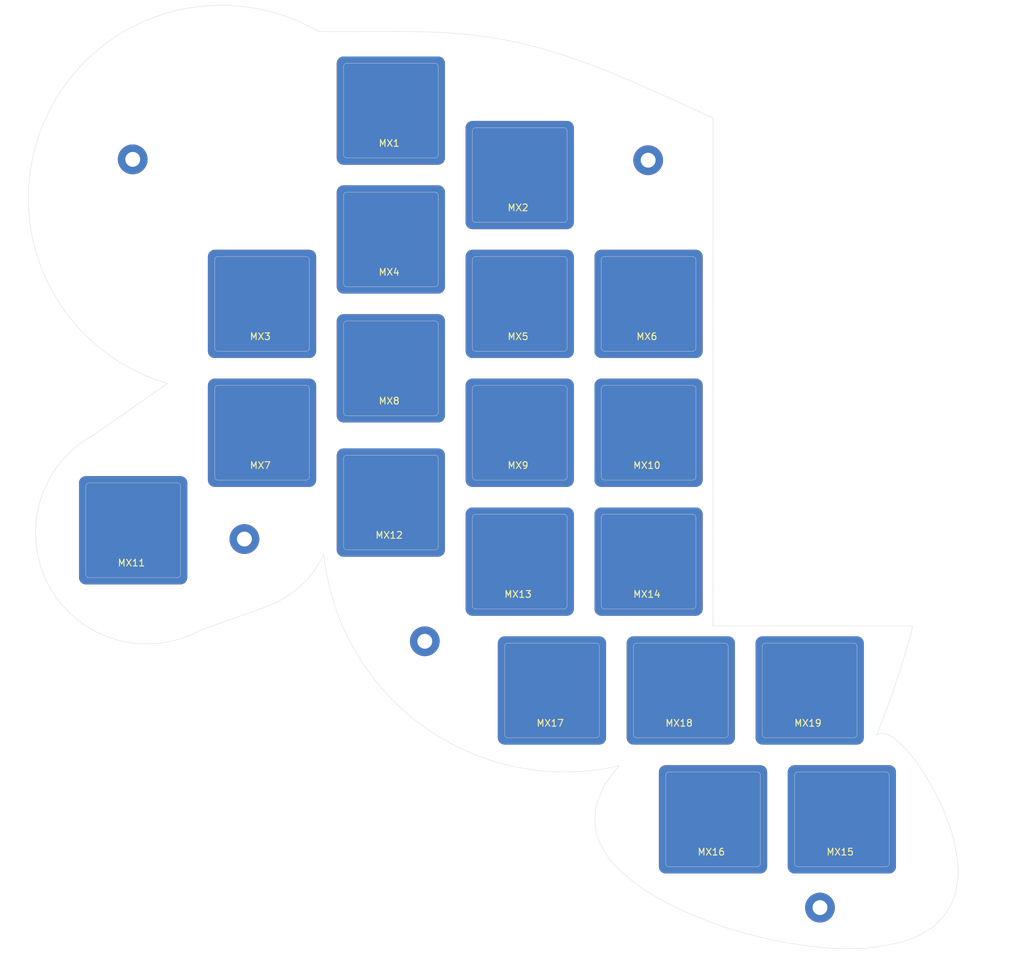
<source format=kicad_pcb>
(kicad_pcb (version 20171130) (host pcbnew "(5.1.4-0)")

  (general
    (thickness 1.6)
    (drawings 111)
    (tracks 0)
    (zones 0)
    (modules 24)
    (nets 7)
  )

  (page A4)
  (layers
    (0 F.Cu signal)
    (31 B.Cu signal)
    (32 B.Adhes user)
    (33 F.Adhes user)
    (34 B.Paste user)
    (35 F.Paste user)
    (36 B.SilkS user)
    (37 F.SilkS user)
    (38 B.Mask user)
    (39 F.Mask user)
    (40 Dwgs.User user)
    (41 Cmts.User user)
    (42 Eco1.User user)
    (43 Eco2.User user)
    (44 Edge.Cuts user)
    (45 Margin user)
    (46 B.CrtYd user)
    (47 F.CrtYd user)
    (48 B.Fab user)
    (49 F.Fab user)
  )

  (setup
    (last_trace_width 0.25)
    (trace_clearance 0.2)
    (zone_clearance 0.508)
    (zone_45_only no)
    (trace_min 0.2)
    (via_size 0.8)
    (via_drill 0.4)
    (via_min_size 0.4)
    (via_min_drill 0.3)
    (uvia_size 0.3)
    (uvia_drill 0.1)
    (uvias_allowed no)
    (uvia_min_size 0.2)
    (uvia_min_drill 0.1)
    (edge_width 0.05)
    (segment_width 0.2)
    (pcb_text_width 0.3)
    (pcb_text_size 1.5 1.5)
    (mod_edge_width 0.12)
    (mod_text_size 1 1)
    (mod_text_width 0.15)
    (pad_size 1.524 1.524)
    (pad_drill 0.762)
    (pad_to_mask_clearance 0.051)
    (solder_mask_min_width 0.25)
    (aux_axis_origin 0 0)
    (visible_elements FFFFFF7F)
    (pcbplotparams
      (layerselection 0x010f0_ffffffff)
      (usegerberextensions true)
      (usegerberattributes false)
      (usegerberadvancedattributes false)
      (creategerberjobfile false)
      (excludeedgelayer true)
      (linewidth 0.100000)
      (plotframeref false)
      (viasonmask false)
      (mode 1)
      (useauxorigin false)
      (hpglpennumber 1)
      (hpglpenspeed 20)
      (hpglpendiameter 15.000000)
      (psnegative false)
      (psa4output false)
      (plotreference true)
      (plotvalue true)
      (plotinvisibletext false)
      (padsonsilk false)
      (subtractmaskfromsilk true)
      (outputformat 3)
      (mirror false)
      (drillshape 0)
      (scaleselection 1)
      (outputdirectory "switch_plate_gerbers/"))
  )

  (net 0 "")
  (net 1 GND)
  (net 2 COL0)
  (net 3 COL1)
  (net 4 COL2)
  (net 5 COL3)
  (net 6 COL4)

  (net_class Default "This is the default net class."
    (clearance 0.2)
    (trace_width 0.25)
    (via_dia 0.8)
    (via_drill 0.4)
    (uvia_dia 0.3)
    (uvia_drill 0.1)
    (add_net COL0)
    (add_net COL1)
    (add_net COL2)
    (add_net COL3)
    (add_net COL4)
  )

  (module Keybage_MX_Cutout:MX_Cutout_1u (layer F.Cu) (tedit 5F0566A3) (tstamp 6020B72B)
    (at 108.585 113.44275)
    (path /6029AC78)
    (fp_text reference MX18 (at -0.254 4.826) (layer F.SilkS)
      (effects (font (size 1 1) (thickness 0.15)))
    )
    (fp_text value MX-NoLED (at -0.254 -8.128) (layer F.Fab)
      (effects (font (size 1 1) (thickness 0.15)))
    )
    (fp_text user REF** (at 0 3.048) (layer Dwgs.User)
      (effects (font (size 1 1) (thickness 0.15)))
    )
    (fp_line (start 9.525 -9.525) (end 9.525 9.525) (layer Dwgs.User) (width 0.15))
    (fp_line (start 9.525 9.525) (end -9.525 9.525) (layer Dwgs.User) (width 0.15))
    (fp_line (start -9.525 9.525) (end -9.525 -9.525) (layer Dwgs.User) (width 0.15))
    (fp_line (start -9.525 -9.525) (end 9.525 -9.525) (layer Dwgs.User) (width 0.15))
    (fp_line (start 6.5 -7) (end -6.5 -7) (layer Edge.Cuts) (width 0.05))
    (fp_line (start -7 -6.5) (end -7 6.5) (layer Edge.Cuts) (width 0.05))
    (fp_line (start -6.5 7) (end 6.5 7) (layer Edge.Cuts) (width 0.05))
    (fp_line (start 7 6.5) (end 7 -6.5) (layer Edge.Cuts) (width 0.05))
    (fp_arc (start 6.5 -6.5) (end 7 -6.5) (angle -90) (layer Edge.Cuts) (width 0.05))
    (fp_arc (start -6.5 -6.5) (end -6.5 -7) (angle -90) (layer Edge.Cuts) (width 0.05))
    (fp_arc (start -6.5 6.5) (end -7 6.5) (angle -90) (layer Edge.Cuts) (width 0.05))
    (fp_arc (start 6.5 6.5) (end 6.5 7) (angle -90) (layer Edge.Cuts) (width 0.05))
    (pad 1 smd roundrect (at 0 0 180) (size 16 16) (layers F.Cu F.Mask) (roundrect_rratio 0.063))
    (pad 1 smd roundrect (at 0 0 180) (size 16 16) (layers B.Cu B.Mask) (roundrect_rratio 0.063))
  )

  (module Keybage_MX_Cutout:MX_Cutout_1u (layer F.Cu) (tedit 5F0566A3) (tstamp 601CE7FE)
    (at 127.635 113.44275)
    (path /6029D65F)
    (fp_text reference MX19 (at -0.254 4.826) (layer F.SilkS)
      (effects (font (size 1 1) (thickness 0.15)))
    )
    (fp_text value MX-NoLED (at -0.254 -8.128) (layer F.Fab)
      (effects (font (size 1 1) (thickness 0.15)))
    )
    (fp_arc (start 6.5 6.5) (end 6.5 7) (angle -90) (layer Edge.Cuts) (width 0.05))
    (fp_arc (start -6.5 6.5) (end -7 6.5) (angle -90) (layer Edge.Cuts) (width 0.05))
    (fp_arc (start -6.5 -6.5) (end -6.5 -7) (angle -90) (layer Edge.Cuts) (width 0.05))
    (fp_arc (start 6.5 -6.5) (end 7 -6.5) (angle -90) (layer Edge.Cuts) (width 0.05))
    (fp_line (start 7 6.5) (end 7 -6.5) (layer Edge.Cuts) (width 0.05))
    (fp_line (start -6.5 7) (end 6.5 7) (layer Edge.Cuts) (width 0.05))
    (fp_line (start -7 -6.5) (end -7 6.5) (layer Edge.Cuts) (width 0.05))
    (fp_line (start 6.5 -7) (end -6.5 -7) (layer Edge.Cuts) (width 0.05))
    (fp_line (start -9.525 -9.525) (end 9.525 -9.525) (layer Dwgs.User) (width 0.15))
    (fp_line (start -9.525 9.525) (end -9.525 -9.525) (layer Dwgs.User) (width 0.15))
    (fp_line (start 9.525 9.525) (end -9.525 9.525) (layer Dwgs.User) (width 0.15))
    (fp_line (start 9.525 -9.525) (end 9.525 9.525) (layer Dwgs.User) (width 0.15))
    (fp_text user REF** (at 0 3.048) (layer Dwgs.User)
      (effects (font (size 1 1) (thickness 0.15)))
    )
    (pad 1 smd roundrect (at 0 0 180) (size 16 16) (layers B.Cu B.Mask) (roundrect_rratio 0.063)
      (net 6 COL4))
    (pad 1 smd roundrect (at 0 0 180) (size 16 16) (layers F.Cu F.Mask) (roundrect_rratio 0.063)
      (net 6 COL4))
  )

  (module Keybage_MX_Cutout:MX_Cutout_1u (layer F.Cu) (tedit 5F0566A3) (tstamp 601CE7CC)
    (at 89.535 113.44275)
    (path /602986CA)
    (fp_text reference MX17 (at -0.254 4.826) (layer F.SilkS)
      (effects (font (size 1 1) (thickness 0.15)))
    )
    (fp_text value MX-NoLED (at -0.254 -8.128) (layer F.Fab)
      (effects (font (size 1 1) (thickness 0.15)))
    )
    (fp_arc (start 6.5 6.5) (end 6.5 7) (angle -90) (layer Edge.Cuts) (width 0.05))
    (fp_arc (start -6.5 6.5) (end -7 6.5) (angle -90) (layer Edge.Cuts) (width 0.05))
    (fp_arc (start -6.5 -6.5) (end -6.5 -7) (angle -90) (layer Edge.Cuts) (width 0.05))
    (fp_arc (start 6.5 -6.5) (end 7 -6.5) (angle -90) (layer Edge.Cuts) (width 0.05))
    (fp_line (start 7 6.5) (end 7 -6.5) (layer Edge.Cuts) (width 0.05))
    (fp_line (start -6.5 7) (end 6.5 7) (layer Edge.Cuts) (width 0.05))
    (fp_line (start -7 -6.5) (end -7 6.5) (layer Edge.Cuts) (width 0.05))
    (fp_line (start 6.5 -7) (end -6.5 -7) (layer Edge.Cuts) (width 0.05))
    (fp_line (start -9.525 -9.525) (end 9.525 -9.525) (layer Dwgs.User) (width 0.15))
    (fp_line (start -9.525 9.525) (end -9.525 -9.525) (layer Dwgs.User) (width 0.15))
    (fp_line (start 9.525 9.525) (end -9.525 9.525) (layer Dwgs.User) (width 0.15))
    (fp_line (start 9.525 -9.525) (end 9.525 9.525) (layer Dwgs.User) (width 0.15))
    (fp_text user REF** (at 0 3.048) (layer Dwgs.User)
      (effects (font (size 1 1) (thickness 0.15)))
    )
    (pad 1 smd roundrect (at 0 0 180) (size 16 16) (layers B.Cu B.Mask) (roundrect_rratio 0.063)
      (net 4 COL2))
    (pad 1 smd roundrect (at 0 0 180) (size 16 16) (layers F.Cu F.Mask) (roundrect_rratio 0.063)
      (net 4 COL2))
  )

  (module Keybage_MX_Cutout:MX_Cutout_1u (layer F.Cu) (tedit 5F0566A3) (tstamp 601CE7B3)
    (at 113.3475 132.49275)
    (path /602958F6)
    (fp_text reference MX16 (at -0.254 4.826) (layer F.SilkS)
      (effects (font (size 1 1) (thickness 0.15)))
    )
    (fp_text value MX-NoLED (at -0.254 -8.128) (layer F.Fab)
      (effects (font (size 1 1) (thickness 0.15)))
    )
    (fp_arc (start 6.5 6.5) (end 6.5 7) (angle -90) (layer Edge.Cuts) (width 0.05))
    (fp_arc (start -6.5 6.5) (end -7 6.5) (angle -90) (layer Edge.Cuts) (width 0.05))
    (fp_arc (start -6.5 -6.5) (end -6.5 -7) (angle -90) (layer Edge.Cuts) (width 0.05))
    (fp_arc (start 6.5 -6.5) (end 7 -6.5) (angle -90) (layer Edge.Cuts) (width 0.05))
    (fp_line (start 7 6.5) (end 7 -6.5) (layer Edge.Cuts) (width 0.05))
    (fp_line (start -6.5 7) (end 6.5 7) (layer Edge.Cuts) (width 0.05))
    (fp_line (start -7 -6.5) (end -7 6.5) (layer Edge.Cuts) (width 0.05))
    (fp_line (start 6.5 -7) (end -6.5 -7) (layer Edge.Cuts) (width 0.05))
    (fp_line (start -9.525 -9.525) (end 9.525 -9.525) (layer Dwgs.User) (width 0.15))
    (fp_line (start -9.525 9.525) (end -9.525 -9.525) (layer Dwgs.User) (width 0.15))
    (fp_line (start 9.525 9.525) (end -9.525 9.525) (layer Dwgs.User) (width 0.15))
    (fp_line (start 9.525 -9.525) (end 9.525 9.525) (layer Dwgs.User) (width 0.15))
    (fp_text user REF** (at 0 3.048) (layer Dwgs.User)
      (effects (font (size 1 1) (thickness 0.15)))
    )
    (pad 1 smd roundrect (at 0 0 180) (size 16 16) (layers B.Cu B.Mask) (roundrect_rratio 0.063)
      (net 3 COL1))
    (pad 1 smd roundrect (at 0 0 180) (size 16 16) (layers F.Cu F.Mask) (roundrect_rratio 0.063)
      (net 3 COL1))
  )

  (module Keybage_MX_Cutout:MX_Cutout_1u (layer F.Cu) (tedit 5F0566A3) (tstamp 601CE79A)
    (at 132.3975 132.49275)
    (path /6027434C)
    (fp_text reference MX15 (at -0.254 4.826) (layer F.SilkS)
      (effects (font (size 1 1) (thickness 0.15)))
    )
    (fp_text value MX-NoLED (at -0.254 -8.128) (layer F.Fab)
      (effects (font (size 1 1) (thickness 0.15)))
    )
    (fp_arc (start 6.5 6.5) (end 6.5 7) (angle -90) (layer Edge.Cuts) (width 0.05))
    (fp_arc (start -6.5 6.5) (end -7 6.5) (angle -90) (layer Edge.Cuts) (width 0.05))
    (fp_arc (start -6.5 -6.5) (end -6.5 -7) (angle -90) (layer Edge.Cuts) (width 0.05))
    (fp_arc (start 6.5 -6.5) (end 7 -6.5) (angle -90) (layer Edge.Cuts) (width 0.05))
    (fp_line (start 7 6.5) (end 7 -6.5) (layer Edge.Cuts) (width 0.05))
    (fp_line (start -6.5 7) (end 6.5 7) (layer Edge.Cuts) (width 0.05))
    (fp_line (start -7 -6.5) (end -7 6.5) (layer Edge.Cuts) (width 0.05))
    (fp_line (start 6.5 -7) (end -6.5 -7) (layer Edge.Cuts) (width 0.05))
    (fp_line (start -9.525 -9.525) (end 9.525 -9.525) (layer Dwgs.User) (width 0.15))
    (fp_line (start -9.525 9.525) (end -9.525 -9.525) (layer Dwgs.User) (width 0.15))
    (fp_line (start 9.525 9.525) (end -9.525 9.525) (layer Dwgs.User) (width 0.15))
    (fp_line (start 9.525 -9.525) (end 9.525 9.525) (layer Dwgs.User) (width 0.15))
    (fp_text user REF** (at 0 3.048) (layer Dwgs.User)
      (effects (font (size 1 1) (thickness 0.15)))
    )
    (pad 1 smd roundrect (at 0 0 180) (size 16 16) (layers B.Cu B.Mask) (roundrect_rratio 0.063)
      (net 2 COL0))
    (pad 1 smd roundrect (at 0 0 180) (size 16 16) (layers F.Cu F.Mask) (roundrect_rratio 0.063)
      (net 2 COL0))
  )

  (module Keybage_MX_Cutout:MX_Cutout_1u (layer F.Cu) (tedit 5F0566A3) (tstamp 601CE781)
    (at 103.8225 94.39275)
    (path /6026DBB5)
    (fp_text reference MX14 (at -0.254 4.826) (layer F.SilkS)
      (effects (font (size 1 1) (thickness 0.15)))
    )
    (fp_text value MX-NoLED (at -0.254 -8.128) (layer F.Fab)
      (effects (font (size 1 1) (thickness 0.15)))
    )
    (fp_arc (start 6.5 6.5) (end 6.5 7) (angle -90) (layer Edge.Cuts) (width 0.05))
    (fp_arc (start -6.5 6.5) (end -7 6.5) (angle -90) (layer Edge.Cuts) (width 0.05))
    (fp_arc (start -6.5 -6.5) (end -6.5 -7) (angle -90) (layer Edge.Cuts) (width 0.05))
    (fp_arc (start 6.5 -6.5) (end 7 -6.5) (angle -90) (layer Edge.Cuts) (width 0.05))
    (fp_line (start 7 6.5) (end 7 -6.5) (layer Edge.Cuts) (width 0.05))
    (fp_line (start -6.5 7) (end 6.5 7) (layer Edge.Cuts) (width 0.05))
    (fp_line (start -7 -6.5) (end -7 6.5) (layer Edge.Cuts) (width 0.05))
    (fp_line (start 6.5 -7) (end -6.5 -7) (layer Edge.Cuts) (width 0.05))
    (fp_line (start -9.525 -9.525) (end 9.525 -9.525) (layer Dwgs.User) (width 0.15))
    (fp_line (start -9.525 9.525) (end -9.525 -9.525) (layer Dwgs.User) (width 0.15))
    (fp_line (start 9.525 9.525) (end -9.525 9.525) (layer Dwgs.User) (width 0.15))
    (fp_line (start 9.525 -9.525) (end 9.525 9.525) (layer Dwgs.User) (width 0.15))
    (fp_text user REF** (at 0 3.048) (layer Dwgs.User)
      (effects (font (size 1 1) (thickness 0.15)))
    )
    (pad 1 smd roundrect (at 0 0 180) (size 16 16) (layers B.Cu B.Mask) (roundrect_rratio 0.063)
      (net 6 COL4))
    (pad 1 smd roundrect (at 0 0 180) (size 16 16) (layers F.Cu F.Mask) (roundrect_rratio 0.063)
      (net 6 COL4))
  )

  (module Keybage_MX_Cutout:MX_Cutout_1u (layer F.Cu) (tedit 5F0566A3) (tstamp 601CE768)
    (at 84.7725 94.39275)
    (path /6026BDFD)
    (fp_text reference MX13 (at -0.254 4.826) (layer F.SilkS)
      (effects (font (size 1 1) (thickness 0.15)))
    )
    (fp_text value MX-NoLED (at -0.254 -8.128) (layer F.Fab)
      (effects (font (size 1 1) (thickness 0.15)))
    )
    (fp_arc (start 6.5 6.5) (end 6.5 7) (angle -90) (layer Edge.Cuts) (width 0.05))
    (fp_arc (start -6.5 6.5) (end -7 6.5) (angle -90) (layer Edge.Cuts) (width 0.05))
    (fp_arc (start -6.5 -6.5) (end -6.5 -7) (angle -90) (layer Edge.Cuts) (width 0.05))
    (fp_arc (start 6.5 -6.5) (end 7 -6.5) (angle -90) (layer Edge.Cuts) (width 0.05))
    (fp_line (start 7 6.5) (end 7 -6.5) (layer Edge.Cuts) (width 0.05))
    (fp_line (start -6.5 7) (end 6.5 7) (layer Edge.Cuts) (width 0.05))
    (fp_line (start -7 -6.5) (end -7 6.5) (layer Edge.Cuts) (width 0.05))
    (fp_line (start 6.5 -7) (end -6.5 -7) (layer Edge.Cuts) (width 0.05))
    (fp_line (start -9.525 -9.525) (end 9.525 -9.525) (layer Dwgs.User) (width 0.15))
    (fp_line (start -9.525 9.525) (end -9.525 -9.525) (layer Dwgs.User) (width 0.15))
    (fp_line (start 9.525 9.525) (end -9.525 9.525) (layer Dwgs.User) (width 0.15))
    (fp_line (start 9.525 -9.525) (end 9.525 9.525) (layer Dwgs.User) (width 0.15))
    (fp_text user REF** (at 0 3.048) (layer Dwgs.User)
      (effects (font (size 1 1) (thickness 0.15)))
    )
    (pad 1 smd roundrect (at 0 0 180) (size 16 16) (layers B.Cu B.Mask) (roundrect_rratio 0.063)
      (net 5 COL3))
    (pad 1 smd roundrect (at 0 0 180) (size 16 16) (layers F.Cu F.Mask) (roundrect_rratio 0.063)
      (net 5 COL3))
  )

  (module Keybage_MX_Cutout:MX_Cutout_1u (layer F.Cu) (tedit 5F0566A3) (tstamp 601CE74F)
    (at 65.7225 85.6615)
    (path /6026A0FA)
    (fp_text reference MX12 (at -0.254 4.826) (layer F.SilkS)
      (effects (font (size 1 1) (thickness 0.15)))
    )
    (fp_text value MX-NoLED (at -0.254 -8.128) (layer F.Fab)
      (effects (font (size 1 1) (thickness 0.15)))
    )
    (fp_arc (start 6.5 6.5) (end 6.5 7) (angle -90) (layer Edge.Cuts) (width 0.05))
    (fp_arc (start -6.5 6.5) (end -7 6.5) (angle -90) (layer Edge.Cuts) (width 0.05))
    (fp_arc (start -6.5 -6.5) (end -6.5 -7) (angle -90) (layer Edge.Cuts) (width 0.05))
    (fp_arc (start 6.5 -6.5) (end 7 -6.5) (angle -90) (layer Edge.Cuts) (width 0.05))
    (fp_line (start 7 6.5) (end 7 -6.5) (layer Edge.Cuts) (width 0.05))
    (fp_line (start -6.5 7) (end 6.5 7) (layer Edge.Cuts) (width 0.05))
    (fp_line (start -7 -6.5) (end -7 6.5) (layer Edge.Cuts) (width 0.05))
    (fp_line (start 6.5 -7) (end -6.5 -7) (layer Edge.Cuts) (width 0.05))
    (fp_line (start -9.525 -9.525) (end 9.525 -9.525) (layer Dwgs.User) (width 0.15))
    (fp_line (start -9.525 9.525) (end -9.525 -9.525) (layer Dwgs.User) (width 0.15))
    (fp_line (start 9.525 9.525) (end -9.525 9.525) (layer Dwgs.User) (width 0.15))
    (fp_line (start 9.525 -9.525) (end 9.525 9.525) (layer Dwgs.User) (width 0.15))
    (fp_text user REF** (at 0 3.048) (layer Dwgs.User)
      (effects (font (size 1 1) (thickness 0.15)))
    )
    (pad 1 smd roundrect (at 0 0 180) (size 16 16) (layers B.Cu B.Mask) (roundrect_rratio 0.063)
      (net 4 COL2))
    (pad 1 smd roundrect (at 0 0 180) (size 16 16) (layers F.Cu F.Mask) (roundrect_rratio 0.063)
      (net 4 COL2))
  )

  (module Keybage_MX_Cutout:MX_Cutout_1u (layer F.Cu) (tedit 5F0566A3) (tstamp 601CE736)
    (at 27.6225 89.75725)
    (path /60261E43)
    (fp_text reference MX11 (at -0.254 4.826) (layer F.SilkS)
      (effects (font (size 1 1) (thickness 0.15)))
    )
    (fp_text value MX-NoLED (at -0.254 -8.128) (layer F.Fab)
      (effects (font (size 1 1) (thickness 0.15)))
    )
    (fp_arc (start 6.5 6.5) (end 6.5 7) (angle -90) (layer Edge.Cuts) (width 0.05))
    (fp_arc (start -6.5 6.5) (end -7 6.5) (angle -90) (layer Edge.Cuts) (width 0.05))
    (fp_arc (start -6.5 -6.5) (end -6.5 -7) (angle -90) (layer Edge.Cuts) (width 0.05))
    (fp_arc (start 6.5 -6.5) (end 7 -6.5) (angle -90) (layer Edge.Cuts) (width 0.05))
    (fp_line (start 7 6.5) (end 7 -6.5) (layer Edge.Cuts) (width 0.05))
    (fp_line (start -6.5 7) (end 6.5 7) (layer Edge.Cuts) (width 0.05))
    (fp_line (start -7 -6.5) (end -7 6.5) (layer Edge.Cuts) (width 0.05))
    (fp_line (start 6.5 -7) (end -6.5 -7) (layer Edge.Cuts) (width 0.05))
    (fp_line (start -9.525 -9.525) (end 9.525 -9.525) (layer Dwgs.User) (width 0.15))
    (fp_line (start -9.525 9.525) (end -9.525 -9.525) (layer Dwgs.User) (width 0.15))
    (fp_line (start 9.525 9.525) (end -9.525 9.525) (layer Dwgs.User) (width 0.15))
    (fp_line (start 9.525 -9.525) (end 9.525 9.525) (layer Dwgs.User) (width 0.15))
    (fp_text user REF** (at 0 3.048) (layer Dwgs.User)
      (effects (font (size 1 1) (thickness 0.15)))
    )
    (pad 1 smd roundrect (at 0 0 180) (size 16 16) (layers B.Cu B.Mask) (roundrect_rratio 0.063)
      (net 2 COL0))
    (pad 1 smd roundrect (at 0 0 180) (size 16 16) (layers F.Cu F.Mask) (roundrect_rratio 0.063)
      (net 2 COL0))
  )

  (module Keybage_MX_Cutout:MX_Cutout_1u (layer F.Cu) (tedit 5F0566A3) (tstamp 601CE71D)
    (at 103.8225 75.34275)
    (path /6025FB32)
    (fp_text reference MX10 (at -0.254 4.826) (layer F.SilkS)
      (effects (font (size 1 1) (thickness 0.15)))
    )
    (fp_text value MX-NoLED (at -0.254 -8.128) (layer F.Fab)
      (effects (font (size 1 1) (thickness 0.15)))
    )
    (fp_arc (start 6.5 6.5) (end 6.5 7) (angle -90) (layer Edge.Cuts) (width 0.05))
    (fp_arc (start -6.5 6.5) (end -7 6.5) (angle -90) (layer Edge.Cuts) (width 0.05))
    (fp_arc (start -6.5 -6.5) (end -6.5 -7) (angle -90) (layer Edge.Cuts) (width 0.05))
    (fp_arc (start 6.5 -6.5) (end 7 -6.5) (angle -90) (layer Edge.Cuts) (width 0.05))
    (fp_line (start 7 6.5) (end 7 -6.5) (layer Edge.Cuts) (width 0.05))
    (fp_line (start -6.5 7) (end 6.5 7) (layer Edge.Cuts) (width 0.05))
    (fp_line (start -7 -6.5) (end -7 6.5) (layer Edge.Cuts) (width 0.05))
    (fp_line (start 6.5 -7) (end -6.5 -7) (layer Edge.Cuts) (width 0.05))
    (fp_line (start -9.525 -9.525) (end 9.525 -9.525) (layer Dwgs.User) (width 0.15))
    (fp_line (start -9.525 9.525) (end -9.525 -9.525) (layer Dwgs.User) (width 0.15))
    (fp_line (start 9.525 9.525) (end -9.525 9.525) (layer Dwgs.User) (width 0.15))
    (fp_line (start 9.525 -9.525) (end 9.525 9.525) (layer Dwgs.User) (width 0.15))
    (fp_text user REF** (at 0 3.048) (layer Dwgs.User)
      (effects (font (size 1 1) (thickness 0.15)))
    )
    (pad 1 smd roundrect (at 0 0 180) (size 16 16) (layers B.Cu B.Mask) (roundrect_rratio 0.063)
      (net 6 COL4))
    (pad 1 smd roundrect (at 0 0 180) (size 16 16) (layers F.Cu F.Mask) (roundrect_rratio 0.063)
      (net 6 COL4))
  )

  (module Keybage_MX_Cutout:MX_Cutout_1u (layer F.Cu) (tedit 5F0566A3) (tstamp 601FAB52)
    (at 84.7725 75.34275)
    (path /6025DBD4)
    (fp_text reference MX9 (at -0.254 4.826) (layer F.SilkS)
      (effects (font (size 1 1) (thickness 0.15)))
    )
    (fp_text value MX-NoLED (at -0.254 -8.128) (layer F.Fab)
      (effects (font (size 1 1) (thickness 0.15)))
    )
    (fp_arc (start 6.5 6.5) (end 6.5 7) (angle -90) (layer Edge.Cuts) (width 0.05))
    (fp_arc (start -6.5 6.5) (end -7 6.5) (angle -90) (layer Edge.Cuts) (width 0.05))
    (fp_arc (start -6.5 -6.5) (end -6.5 -7) (angle -90) (layer Edge.Cuts) (width 0.05))
    (fp_arc (start 6.5 -6.5) (end 7 -6.5) (angle -90) (layer Edge.Cuts) (width 0.05))
    (fp_line (start 7 6.5) (end 7 -6.5) (layer Edge.Cuts) (width 0.05))
    (fp_line (start -6.5 7) (end 6.5 7) (layer Edge.Cuts) (width 0.05))
    (fp_line (start -7 -6.5) (end -7 6.5) (layer Edge.Cuts) (width 0.05))
    (fp_line (start 6.5 -7) (end -6.5 -7) (layer Edge.Cuts) (width 0.05))
    (fp_line (start -9.525 -9.525) (end 9.525 -9.525) (layer Dwgs.User) (width 0.15))
    (fp_line (start -9.525 9.525) (end -9.525 -9.525) (layer Dwgs.User) (width 0.15))
    (fp_line (start 9.525 9.525) (end -9.525 9.525) (layer Dwgs.User) (width 0.15))
    (fp_line (start 9.525 -9.525) (end 9.525 9.525) (layer Dwgs.User) (width 0.15))
    (fp_text user REF** (at 0 3.048) (layer Dwgs.User)
      (effects (font (size 1 1) (thickness 0.15)))
    )
    (pad 1 smd roundrect (at 0 0 180) (size 16 16) (layers B.Cu B.Mask) (roundrect_rratio 0.063)
      (net 5 COL3))
    (pad 1 smd roundrect (at 0 0 180) (size 16 16) (layers F.Cu F.Mask) (roundrect_rratio 0.063)
      (net 5 COL3))
  )

  (module Keybage_MX_Cutout:MX_Cutout_1u (layer F.Cu) (tedit 5F0566A3) (tstamp 601FB59F)
    (at 65.7225 65.81775)
    (path /6025BD7E)
    (fp_text reference MX8 (at -0.254 4.826) (layer F.SilkS)
      (effects (font (size 1 1) (thickness 0.15)))
    )
    (fp_text value MX-NoLED (at -0.254 -8.128) (layer F.Fab)
      (effects (font (size 1 1) (thickness 0.15)))
    )
    (fp_arc (start 6.5 6.5) (end 6.5 7) (angle -90) (layer Edge.Cuts) (width 0.05))
    (fp_arc (start -6.5 6.5) (end -7 6.5) (angle -90) (layer Edge.Cuts) (width 0.05))
    (fp_arc (start -6.5 -6.5) (end -6.5 -7) (angle -90) (layer Edge.Cuts) (width 0.05))
    (fp_arc (start 6.5 -6.5) (end 7 -6.5) (angle -90) (layer Edge.Cuts) (width 0.05))
    (fp_line (start 7 6.5) (end 7 -6.5) (layer Edge.Cuts) (width 0.05))
    (fp_line (start -6.5 7) (end 6.5 7) (layer Edge.Cuts) (width 0.05))
    (fp_line (start -7 -6.5) (end -7 6.5) (layer Edge.Cuts) (width 0.05))
    (fp_line (start 6.5 -7) (end -6.5 -7) (layer Edge.Cuts) (width 0.05))
    (fp_line (start -9.525 -9.525) (end 9.525 -9.525) (layer Dwgs.User) (width 0.15))
    (fp_line (start -9.525 9.525) (end -9.525 -9.525) (layer Dwgs.User) (width 0.15))
    (fp_line (start 9.525 9.525) (end -9.525 9.525) (layer Dwgs.User) (width 0.15))
    (fp_line (start 9.525 -9.525) (end 9.525 9.525) (layer Dwgs.User) (width 0.15))
    (fp_text user REF** (at 0 3.048) (layer Dwgs.User)
      (effects (font (size 1 1) (thickness 0.15)))
    )
    (pad 1 smd roundrect (at 0 0 180) (size 16 16) (layers B.Cu B.Mask) (roundrect_rratio 0.063)
      (net 4 COL2))
    (pad 1 smd roundrect (at 0 0 180) (size 16 16) (layers F.Cu F.Mask) (roundrect_rratio 0.063)
      (net 4 COL2))
  )

  (module Keybage_MX_Cutout:MX_Cutout_1u (layer F.Cu) (tedit 5F0566A3) (tstamp 601CE6D2)
    (at 46.6725 75.34275)
    (path /6025A254)
    (fp_text reference MX7 (at -0.254 4.826) (layer F.SilkS)
      (effects (font (size 1 1) (thickness 0.15)))
    )
    (fp_text value MX-NoLED (at -0.254 -8.128) (layer F.Fab)
      (effects (font (size 1 1) (thickness 0.15)))
    )
    (fp_arc (start 6.5 6.5) (end 6.5 7) (angle -90) (layer Edge.Cuts) (width 0.05))
    (fp_arc (start -6.5 6.5) (end -7 6.5) (angle -90) (layer Edge.Cuts) (width 0.05))
    (fp_arc (start -6.5 -6.5) (end -6.5 -7) (angle -90) (layer Edge.Cuts) (width 0.05))
    (fp_arc (start 6.5 -6.5) (end 7 -6.5) (angle -90) (layer Edge.Cuts) (width 0.05))
    (fp_line (start 7 6.5) (end 7 -6.5) (layer Edge.Cuts) (width 0.05))
    (fp_line (start -6.5 7) (end 6.5 7) (layer Edge.Cuts) (width 0.05))
    (fp_line (start -7 -6.5) (end -7 6.5) (layer Edge.Cuts) (width 0.05))
    (fp_line (start 6.5 -7) (end -6.5 -7) (layer Edge.Cuts) (width 0.05))
    (fp_line (start -9.525 -9.525) (end 9.525 -9.525) (layer Dwgs.User) (width 0.15))
    (fp_line (start -9.525 9.525) (end -9.525 -9.525) (layer Dwgs.User) (width 0.15))
    (fp_line (start 9.525 9.525) (end -9.525 9.525) (layer Dwgs.User) (width 0.15))
    (fp_line (start 9.525 -9.525) (end 9.525 9.525) (layer Dwgs.User) (width 0.15))
    (fp_text user REF** (at 0 3.048) (layer Dwgs.User)
      (effects (font (size 1 1) (thickness 0.15)))
    )
    (pad 1 smd roundrect (at 0 0 180) (size 16 16) (layers B.Cu B.Mask) (roundrect_rratio 0.063)
      (net 3 COL1))
    (pad 1 smd roundrect (at 0 0 180) (size 16 16) (layers F.Cu F.Mask) (roundrect_rratio 0.063)
      (net 3 COL1))
  )

  (module Keybage_MX_Cutout:MX_Cutout_1u (layer F.Cu) (tedit 5F0566A3) (tstamp 601CE6B9)
    (at 103.8225 56.29275)
    (path /6024A250)
    (fp_text reference MX6 (at -0.254 4.826) (layer F.SilkS)
      (effects (font (size 1 1) (thickness 0.15)))
    )
    (fp_text value MX-NoLED (at -0.254 -8.128) (layer F.Fab)
      (effects (font (size 1 1) (thickness 0.15)))
    )
    (fp_arc (start 6.5 6.5) (end 6.5 7) (angle -90) (layer Edge.Cuts) (width 0.05))
    (fp_arc (start -6.5 6.5) (end -7 6.5) (angle -90) (layer Edge.Cuts) (width 0.05))
    (fp_arc (start -6.5 -6.5) (end -6.5 -7) (angle -90) (layer Edge.Cuts) (width 0.05))
    (fp_arc (start 6.5 -6.5) (end 7 -6.5) (angle -90) (layer Edge.Cuts) (width 0.05))
    (fp_line (start 7 6.5) (end 7 -6.5) (layer Edge.Cuts) (width 0.05))
    (fp_line (start -6.5 7) (end 6.5 7) (layer Edge.Cuts) (width 0.05))
    (fp_line (start -7 -6.5) (end -7 6.5) (layer Edge.Cuts) (width 0.05))
    (fp_line (start 6.5 -7) (end -6.5 -7) (layer Edge.Cuts) (width 0.05))
    (fp_line (start -9.525 -9.525) (end 9.525 -9.525) (layer Dwgs.User) (width 0.15))
    (fp_line (start -9.525 9.525) (end -9.525 -9.525) (layer Dwgs.User) (width 0.15))
    (fp_line (start 9.525 9.525) (end -9.525 9.525) (layer Dwgs.User) (width 0.15))
    (fp_line (start 9.525 -9.525) (end 9.525 9.525) (layer Dwgs.User) (width 0.15))
    (fp_text user REF** (at 0 3.048) (layer Dwgs.User)
      (effects (font (size 1 1) (thickness 0.15)))
    )
    (pad 1 smd roundrect (at 0 0 180) (size 16 16) (layers B.Cu B.Mask) (roundrect_rratio 0.063)
      (net 6 COL4))
    (pad 1 smd roundrect (at 0 0 180) (size 16 16) (layers F.Cu F.Mask) (roundrect_rratio 0.063)
      (net 6 COL4))
  )

  (module Keybage_MX_Cutout:MX_Cutout_1u (layer F.Cu) (tedit 5F0566A3) (tstamp 601CE6A0)
    (at 84.7725 56.29275)
    (path /60248C54)
    (fp_text reference MX5 (at -0.254 4.826) (layer F.SilkS)
      (effects (font (size 1 1) (thickness 0.15)))
    )
    (fp_text value MX-NoLED (at -0.254 -8.128) (layer F.Fab)
      (effects (font (size 1 1) (thickness 0.15)))
    )
    (fp_arc (start 6.5 6.5) (end 6.5 7) (angle -90) (layer Edge.Cuts) (width 0.05))
    (fp_arc (start -6.5 6.5) (end -7 6.5) (angle -90) (layer Edge.Cuts) (width 0.05))
    (fp_arc (start -6.5 -6.5) (end -6.5 -7) (angle -90) (layer Edge.Cuts) (width 0.05))
    (fp_arc (start 6.5 -6.5) (end 7 -6.5) (angle -90) (layer Edge.Cuts) (width 0.05))
    (fp_line (start 7 6.5) (end 7 -6.5) (layer Edge.Cuts) (width 0.05))
    (fp_line (start -6.5 7) (end 6.5 7) (layer Edge.Cuts) (width 0.05))
    (fp_line (start -7 -6.5) (end -7 6.5) (layer Edge.Cuts) (width 0.05))
    (fp_line (start 6.5 -7) (end -6.5 -7) (layer Edge.Cuts) (width 0.05))
    (fp_line (start -9.525 -9.525) (end 9.525 -9.525) (layer Dwgs.User) (width 0.15))
    (fp_line (start -9.525 9.525) (end -9.525 -9.525) (layer Dwgs.User) (width 0.15))
    (fp_line (start 9.525 9.525) (end -9.525 9.525) (layer Dwgs.User) (width 0.15))
    (fp_line (start 9.525 -9.525) (end 9.525 9.525) (layer Dwgs.User) (width 0.15))
    (fp_text user REF** (at 0 3.048) (layer Dwgs.User)
      (effects (font (size 1 1) (thickness 0.15)))
    )
    (pad 1 smd roundrect (at 0 0 180) (size 16 16) (layers B.Cu B.Mask) (roundrect_rratio 0.063)
      (net 5 COL3))
    (pad 1 smd roundrect (at 0 0 180) (size 16 16) (layers F.Cu F.Mask) (roundrect_rratio 0.063)
      (net 5 COL3))
  )

  (module Keybage_MX_Cutout:MX_Cutout_1u (layer F.Cu) (tedit 5F0566A3) (tstamp 601CF00F)
    (at 65.7225 46.76775)
    (path /602477C7)
    (fp_text reference MX4 (at -0.254 4.826) (layer F.SilkS)
      (effects (font (size 1 1) (thickness 0.15)))
    )
    (fp_text value MX-NoLED (at -0.254 -8.128) (layer F.Fab)
      (effects (font (size 1 1) (thickness 0.15)))
    )
    (fp_arc (start 6.5 6.5) (end 6.5 7) (angle -90) (layer Edge.Cuts) (width 0.05))
    (fp_arc (start -6.5 6.5) (end -7 6.5) (angle -90) (layer Edge.Cuts) (width 0.05))
    (fp_arc (start -6.5 -6.5) (end -6.5 -7) (angle -90) (layer Edge.Cuts) (width 0.05))
    (fp_arc (start 6.5 -6.5) (end 7 -6.5) (angle -90) (layer Edge.Cuts) (width 0.05))
    (fp_line (start 7 6.5) (end 7 -6.5) (layer Edge.Cuts) (width 0.05))
    (fp_line (start -6.5 7) (end 6.5 7) (layer Edge.Cuts) (width 0.05))
    (fp_line (start -7 -6.5) (end -7 6.5) (layer Edge.Cuts) (width 0.05))
    (fp_line (start 6.5 -7) (end -6.5 -7) (layer Edge.Cuts) (width 0.05))
    (fp_line (start -9.525 -9.525) (end 9.525 -9.525) (layer Dwgs.User) (width 0.15))
    (fp_line (start -9.525 9.525) (end -9.525 -9.525) (layer Dwgs.User) (width 0.15))
    (fp_line (start 9.525 9.525) (end -9.525 9.525) (layer Dwgs.User) (width 0.15))
    (fp_line (start 9.525 -9.525) (end 9.525 9.525) (layer Dwgs.User) (width 0.15))
    (fp_text user REF** (at 0 3.048) (layer Dwgs.User)
      (effects (font (size 1 1) (thickness 0.15)))
    )
    (pad 1 smd roundrect (at 0 0 180) (size 16 16) (layers B.Cu B.Mask) (roundrect_rratio 0.063)
      (net 4 COL2))
    (pad 1 smd roundrect (at 0 0 180) (size 16 16) (layers F.Cu F.Mask) (roundrect_rratio 0.063)
      (net 4 COL2))
  )

  (module Keybage_MX_Cutout:MX_Cutout_1u (layer F.Cu) (tedit 5F0566A3) (tstamp 601CE66E)
    (at 46.6725 56.29275)
    (path /6024180E)
    (fp_text reference MX3 (at -0.254 4.826) (layer F.SilkS)
      (effects (font (size 1 1) (thickness 0.15)))
    )
    (fp_text value MX-NoLED (at -0.254 -8.128) (layer F.Fab)
      (effects (font (size 1 1) (thickness 0.15)))
    )
    (fp_arc (start 6.5 6.5) (end 6.5 7) (angle -90) (layer Edge.Cuts) (width 0.05))
    (fp_arc (start -6.5 6.5) (end -7 6.5) (angle -90) (layer Edge.Cuts) (width 0.05))
    (fp_arc (start -6.5 -6.5) (end -6.5 -7) (angle -90) (layer Edge.Cuts) (width 0.05))
    (fp_arc (start 6.5 -6.5) (end 7 -6.5) (angle -90) (layer Edge.Cuts) (width 0.05))
    (fp_line (start 7 6.5) (end 7 -6.5) (layer Edge.Cuts) (width 0.05))
    (fp_line (start -6.5 7) (end 6.5 7) (layer Edge.Cuts) (width 0.05))
    (fp_line (start -7 -6.5) (end -7 6.5) (layer Edge.Cuts) (width 0.05))
    (fp_line (start 6.5 -7) (end -6.5 -7) (layer Edge.Cuts) (width 0.05))
    (fp_line (start -9.525 -9.525) (end 9.525 -9.525) (layer Dwgs.User) (width 0.15))
    (fp_line (start -9.525 9.525) (end -9.525 -9.525) (layer Dwgs.User) (width 0.15))
    (fp_line (start 9.525 9.525) (end -9.525 9.525) (layer Dwgs.User) (width 0.15))
    (fp_line (start 9.525 -9.525) (end 9.525 9.525) (layer Dwgs.User) (width 0.15))
    (fp_text user REF** (at 0 3.048) (layer Dwgs.User)
      (effects (font (size 1 1) (thickness 0.15)))
    )
    (pad 1 smd roundrect (at 0 0 180) (size 16 16) (layers B.Cu B.Mask) (roundrect_rratio 0.063)
      (net 3 COL1))
    (pad 1 smd roundrect (at 0 0 180) (size 16 16) (layers F.Cu F.Mask) (roundrect_rratio 0.063)
      (net 3 COL1))
  )

  (module Keybage_MX_Cutout:MX_Cutout_1u (layer F.Cu) (tedit 5F0566A3) (tstamp 601CE655)
    (at 84.7725 37.24275)
    (path /6023EA95)
    (fp_text reference MX2 (at -0.254 4.826) (layer F.SilkS)
      (effects (font (size 1 1) (thickness 0.15)))
    )
    (fp_text value MX-NoLED (at -0.254 -8.128) (layer F.Fab)
      (effects (font (size 1 1) (thickness 0.15)))
    )
    (fp_arc (start 6.5 6.5) (end 6.5 7) (angle -90) (layer Edge.Cuts) (width 0.05))
    (fp_arc (start -6.5 6.5) (end -7 6.5) (angle -90) (layer Edge.Cuts) (width 0.05))
    (fp_arc (start -6.5 -6.5) (end -6.5 -7) (angle -90) (layer Edge.Cuts) (width 0.05))
    (fp_arc (start 6.5 -6.5) (end 7 -6.5) (angle -90) (layer Edge.Cuts) (width 0.05))
    (fp_line (start 7 6.5) (end 7 -6.5) (layer Edge.Cuts) (width 0.05))
    (fp_line (start -6.5 7) (end 6.5 7) (layer Edge.Cuts) (width 0.05))
    (fp_line (start -7 -6.5) (end -7 6.5) (layer Edge.Cuts) (width 0.05))
    (fp_line (start 6.5 -7) (end -6.5 -7) (layer Edge.Cuts) (width 0.05))
    (fp_line (start -9.525 -9.525) (end 9.525 -9.525) (layer Dwgs.User) (width 0.15))
    (fp_line (start -9.525 9.525) (end -9.525 -9.525) (layer Dwgs.User) (width 0.15))
    (fp_line (start 9.525 9.525) (end -9.525 9.525) (layer Dwgs.User) (width 0.15))
    (fp_line (start 9.525 -9.525) (end 9.525 9.525) (layer Dwgs.User) (width 0.15))
    (fp_text user REF** (at 0 3.048) (layer Dwgs.User)
      (effects (font (size 1 1) (thickness 0.15)))
    )
    (pad 1 smd roundrect (at 0 0 180) (size 16 16) (layers B.Cu B.Mask) (roundrect_rratio 0.063)
      (net 5 COL3))
    (pad 1 smd roundrect (at 0 0 180) (size 16 16) (layers F.Cu F.Mask) (roundrect_rratio 0.063)
      (net 5 COL3))
  )

  (module Keybage_MX_Cutout:MX_Cutout_1u (layer F.Cu) (tedit 5F0566A3) (tstamp 601CEEF5)
    (at 65.7225 27.71775)
    (path /6023DA2E)
    (fp_text reference MX1 (at -0.254 4.826) (layer F.SilkS)
      (effects (font (size 1 1) (thickness 0.15)))
    )
    (fp_text value MX-NoLED (at -0.254 -8.128) (layer F.Fab)
      (effects (font (size 1 1) (thickness 0.15)))
    )
    (fp_arc (start 6.5 6.5) (end 6.5 7) (angle -90) (layer Edge.Cuts) (width 0.05))
    (fp_arc (start -6.5 6.5) (end -7 6.5) (angle -90) (layer Edge.Cuts) (width 0.05))
    (fp_arc (start -6.5 -6.5) (end -6.5 -7) (angle -90) (layer Edge.Cuts) (width 0.05))
    (fp_arc (start 6.5 -6.5) (end 7 -6.5) (angle -90) (layer Edge.Cuts) (width 0.05))
    (fp_line (start 7 6.5) (end 7 -6.5) (layer Edge.Cuts) (width 0.05))
    (fp_line (start -6.5 7) (end 6.5 7) (layer Edge.Cuts) (width 0.05))
    (fp_line (start -7 -6.5) (end -7 6.5) (layer Edge.Cuts) (width 0.05))
    (fp_line (start 6.5 -7) (end -6.5 -7) (layer Edge.Cuts) (width 0.05))
    (fp_line (start -9.525 -9.525) (end 9.525 -9.525) (layer Dwgs.User) (width 0.15))
    (fp_line (start -9.525 9.525) (end -9.525 -9.525) (layer Dwgs.User) (width 0.15))
    (fp_line (start 9.525 9.525) (end -9.525 9.525) (layer Dwgs.User) (width 0.15))
    (fp_line (start 9.525 -9.525) (end 9.525 9.525) (layer Dwgs.User) (width 0.15))
    (fp_text user REF** (at 0 3.048) (layer Dwgs.User)
      (effects (font (size 1 1) (thickness 0.15)))
    )
    (pad 1 smd roundrect (at 0 0 180) (size 16 16) (layers B.Cu B.Mask) (roundrect_rratio 0.063)
      (net 4 COL2))
    (pad 1 smd roundrect (at 0 0 180) (size 16 16) (layers F.Cu F.Mask) (roundrect_rratio 0.063)
      (net 4 COL2))
  )

  (module Keybage_MountingHoles:MountingHole_2.2mm_M2_Pad_NoSilk (layer F.Cu) (tedit 5F1091AD) (tstamp 6022AD06)
    (at 103.759 35.052)
    (descr "Mounting Hole 2.2mm, M2, No Silk Ref")
    (tags "mounting hole 2.2mm m2")
    (attr virtual)
    (fp_text reference U4 (at 0 -4) (layer F.SilkS) hide
      (effects (font (size 1 1) (thickness 0.15)))
    )
    (fp_text value HOLE (at 0 0) (layer F.Fab)
      (effects (font (size 1 1) (thickness 0.15)))
    )
    (fp_text user %R (at 0.3 0) (layer F.Fab)
      (effects (font (size 1 1) (thickness 0.15)))
    )
    (fp_circle (center 0 0) (end 2.45 0) (layer F.CrtYd) (width 0.05))
    (fp_circle (center 0 0) (end 2.2 0) (layer Cmts.User) (width 0.15))
    (pad 1 thru_hole circle (at 0 0) (size 4.4 4.4) (drill 2.2) (layers *.Cu *.Mask))
  )

  (module Keybage_MountingHoles:MountingHole_2.2mm_M2_Pad_NoSilk (layer F.Cu) (tedit 5F1091AD) (tstamp 6022AD06)
    (at 129.159 145.542)
    (descr "Mounting Hole 2.2mm, M2, No Silk Ref")
    (tags "mounting hole 2.2mm m2")
    (attr virtual)
    (fp_text reference U4 (at 0 -4) (layer F.SilkS) hide
      (effects (font (size 1 1) (thickness 0.15)))
    )
    (fp_text value HOLE (at 0 0) (layer F.Fab)
      (effects (font (size 1 1) (thickness 0.15)))
    )
    (fp_text user %R (at 0.3 0) (layer F.Fab)
      (effects (font (size 1 1) (thickness 0.15)))
    )
    (fp_circle (center 0 0) (end 2.45 0) (layer F.CrtYd) (width 0.05))
    (fp_circle (center 0 0) (end 2.2 0) (layer Cmts.User) (width 0.15))
    (pad 1 thru_hole circle (at 0 0) (size 4.4 4.4) (drill 2.2) (layers *.Cu *.Mask))
  )

  (module Keybage_MountingHoles:MountingHole_2.2mm_M2_Pad_NoSilk (layer F.Cu) (tedit 5F1091AD) (tstamp 6022AD06)
    (at 70.739 106.172)
    (descr "Mounting Hole 2.2mm, M2, No Silk Ref")
    (tags "mounting hole 2.2mm m2")
    (attr virtual)
    (fp_text reference U4 (at 0 -4) (layer F.SilkS) hide
      (effects (font (size 1 1) (thickness 0.15)))
    )
    (fp_text value HOLE (at 0 0) (layer F.Fab)
      (effects (font (size 1 1) (thickness 0.15)))
    )
    (fp_text user %R (at 0.3 0) (layer F.Fab)
      (effects (font (size 1 1) (thickness 0.15)))
    )
    (fp_circle (center 0 0) (end 2.45 0) (layer F.CrtYd) (width 0.05))
    (fp_circle (center 0 0) (end 2.2 0) (layer Cmts.User) (width 0.15))
    (pad 1 thru_hole circle (at 0 0) (size 4.4 4.4) (drill 2.2) (layers *.Cu *.Mask))
  )

  (module Keybage_MountingHoles:MountingHole_2.2mm_M2_Pad_NoSilk (layer F.Cu) (tedit 5F1091AD) (tstamp 6022AD06)
    (at 44.069 91.059)
    (descr "Mounting Hole 2.2mm, M2, No Silk Ref")
    (tags "mounting hole 2.2mm m2")
    (attr virtual)
    (fp_text reference U4 (at 0 -4) (layer F.SilkS) hide
      (effects (font (size 1 1) (thickness 0.15)))
    )
    (fp_text value HOLE (at 0 0) (layer F.Fab)
      (effects (font (size 1 1) (thickness 0.15)))
    )
    (fp_text user %R (at 0.3 0) (layer F.Fab)
      (effects (font (size 1 1) (thickness 0.15)))
    )
    (fp_circle (center 0 0) (end 2.45 0) (layer F.CrtYd) (width 0.05))
    (fp_circle (center 0 0) (end 2.2 0) (layer Cmts.User) (width 0.15))
    (pad 1 thru_hole circle (at 0 0) (size 4.4 4.4) (drill 2.2) (layers *.Cu *.Mask))
  )

  (module Keybage_MountingHoles:MountingHole_2.2mm_M2_Pad_NoSilk (layer F.Cu) (tedit 5F1091AD) (tstamp 60229B99)
    (at 27.559 34.925)
    (descr "Mounting Hole 2.2mm, M2, No Silk Ref")
    (tags "mounting hole 2.2mm m2")
    (attr virtual)
    (fp_text reference U4 (at 0 -4) (layer F.SilkS) hide
      (effects (font (size 1 1) (thickness 0.15)))
    )
    (fp_text value HOLE (at 0 0) (layer F.Fab)
      (effects (font (size 1 1) (thickness 0.15)))
    )
    (fp_text user %R (at 0.3 0) (layer F.Fab)
      (effects (font (size 1 1) (thickness 0.15)))
    )
    (fp_circle (center 0 0) (end 2.45 0) (layer F.CrtYd) (width 0.05))
    (fp_circle (center 0 0) (end 2.2 0) (layer Cmts.User) (width 0.15))
    (pad 1 thru_hole circle (at 0 0) (size 4.4 4.4) (drill 2.2) (layers *.Cu *.Mask))
  )

  (gr_line (start 112.962043 28.645592) (end 113.351624 28.836688) (layer Edge.Cuts) (width 0.05) (tstamp 601F6480))
  (gr_line (start 142.418547 105.719035) (end 142.87 103.92) (layer Edge.Cuts) (width 0.05) (tstamp 6077B6A3))
  (gr_line (start 113.34 103.92) (end 142.87 103.92) (layer Edge.Cuts) (width 0.05))
  (gr_line (start 113.35 46.77) (end 113.34 103.92) (layer Edge.Cuts) (width 0.05))
  (gr_line (start 113.35 46.77) (end 113.35 28.84) (layer Edge.Cuts) (width 0.05))
  (gr_line (start 149.597631 140.20487) (end 149.555111 141.13078) (layer Edge.Cuts) (width 0.05) (tstamp 601F6464))
  (gr_line (start 148.276518 133.355524) (end 148.608387 134.339858) (layer Edge.Cuts) (width 0.05) (tstamp 601F6463))
  (gr_line (start 147.1281 130.465312) (end 147.536374 131.418251) (layer Edge.Cuts) (width 0.05) (tstamp 601F6462))
  (gr_curve (pts (xy 149.597631 140.20487) (xy 149.563183 139.252659) (xy 149.458472 138.282208) (xy 149.291073 137.301909)) (layer Edge.Cuts) (width 0.05))
  (gr_curve (pts (xy 149.291073 137.301909) (xy 149.123674 136.321609) (xy 148.893587 135.331462) (xy 148.608387 134.339858)) (layer Edge.Cuts) (width 0.05))
  (gr_curve (pts (xy 148.276518 133.355524) (xy 147.906446 132.386888) (xy 147.906446 132.386888) (xy 147.536374 131.418251)) (layer Edge.Cuts) (width 0.05))
  (gr_curve (pts (xy 147.1281 130.465312) (xy 146.690093 129.536497) (xy 146.230844 128.639936) (xy 145.758129 127.782899)) (layer Edge.Cuts) (width 0.05))
  (gr_curve (pts (xy 145.758129 127.782899) (xy 145.285414 126.925861) (xy 144.799231 126.108348) (xy 144.307355 125.337631)) (layer Edge.Cuts) (width 0.05))
  (gr_line (start 143.816838 124.620122) (end 144.307355 125.337631) (layer Edge.Cuts) (width 0.05) (tstamp 601F6461))
  (gr_line (start 55.3085 94.2975) (end 55.8165 93.2815) (layer Edge.Cuts) (width 0.05))
  (gr_line (start 54.356 95.758) (end 55.3085 94.2975) (layer Edge.Cuts) (width 0.05))
  (gr_line (start 53.5305 96.8375) (end 54.356 95.758) (layer Edge.Cuts) (width 0.05))
  (gr_line (start 52.3875 97.9805) (end 53.5305 96.8375) (layer Edge.Cuts) (width 0.05))
  (gr_line (start 51.435 98.806) (end 52.3875 97.9805) (layer Edge.Cuts) (width 0.05))
  (gr_line (start 50.673 99.314) (end 51.435 98.806) (layer Edge.Cuts) (width 0.05))
  (gr_line (start 49.657 99.949) (end 50.673 99.314) (layer Edge.Cuts) (width 0.05))
  (gr_line (start 48.895 100.3935) (end 49.657 99.949) (layer Edge.Cuts) (width 0.05))
  (gr_line (start 47.0535 101.1555) (end 48.895 100.3935) (layer Edge.Cuts) (width 0.05))
  (gr_line (start 27.632571 71.578927) (end 32.698372 68.042833) (layer Edge.Cuts) (width 0.05) (tstamp 601F64F1))
  (gr_arc (start 29.6545 90.1065) (end 21.724599 75.702885) (angle -179.8108612) (layer Edge.Cuts) (width 0.05))
  (gr_line (start 27.632571 71.578927) (end 21.724598 75.702884) (layer Edge.Cuts) (width 0.05) (tstamp 601F64D9))
  (gr_line (start 40.315389 103.548474) (end 37.533928 104.536282) (layer Edge.Cuts) (width 0.05) (tstamp 601F64AC))
  (gr_line (start 47.0535 101.1555) (end 40.315389 103.548474) (layer Edge.Cuts) (width 0.05))
  (gr_line (start 140.58459 111.724871) (end 139.904436 113.763137) (layer Edge.Cuts) (width 0.05) (tstamp 601F6490))
  (gr_line (start 142.418547 105.719035) (end 141.841646 107.70282) (layer Edge.Cuts) (width 0.05) (tstamp 601F648F))
  (gr_line (start 108.875715 26.756035) (end 109.497929 27.037516) (layer Edge.Cuts) (width 0.05) (tstamp 601F647F))
  (gr_line (start 106.919954 25.874457) (end 107.586728 26.174505) (layer Edge.Cuts) (width 0.05) (tstamp 601F647E))
  (gr_line (start 101.642144 23.53728) (end 102.460891 23.892118) (layer Edge.Cuts) (width 0.05) (tstamp 601F647D))
  (gr_line (start 99.09719 22.458274) (end 99.960294 22.820358) (layer Edge.Cuts) (width 0.05) (tstamp 601F647C))
  (gr_line (start 92.663914 19.997844) (end 93.612902 20.329102) (layer Edge.Cuts) (width 0.05) (tstamp 601F647B))
  (gr_line (start 89.796618 19.059129) (end 90.755772 19.362858) (layer Edge.Cuts) (width 0.05) (tstamp 601F647A))
  (gr_line (start 83.115173 17.369093) (end 84.057155 17.559991) (layer Edge.Cuts) (width 0.05) (tstamp 601F6479))
  (gr_line (start 80.322237 16.874237) (end 81.247713 17.026216) (layer Edge.Cuts) (width 0.05) (tstamp 601F6478))
  (gr_line (start 74.095734 16.219138) (end 74.955929 16.275028) (layer Edge.Cuts) (width 0.05) (tstamp 601F6477))
  (gr_line (start 71.563052 16.09496) (end 72.399295 16.129104) (layer Edge.Cuts) (width 0.05) (tstamp 601F6476))
  (gr_line (start 65.998254 16.015475) (end 66.76252 16.016173) (layer Edge.Cuts) (width 0.05) (tstamp 601F6475))
  (gr_line (start 63.75259 16.019798) (end 64.493289 16.017288) (layer Edge.Cuts) (width 0.05) (tstamp 601F6474))
  (gr_line (start 58.847419 16.036521) (end 59.518355 16.035873) (layer Edge.Cuts) (width 0.05) (tstamp 601F6473))
  (gr_line (start 56.880719 16.03403) (end 57.528601 16.035599) (layer Edge.Cuts) (width 0.05) (tstamp 601F6472))
  (gr_line (start 97.518189 127.138181) (end 97.058005 127.981447) (layer Edge.Cuts) (width 0.05) (tstamp 601F6471))
  (gr_line (start 96.338339 129.653413) (end 96.078856 130.482111) (layer Edge.Cuts) (width 0.05) (tstamp 601F6470))
  (gr_line (start 96.66272 136.093513) (end 96.324368 135.314072) (layer Edge.Cuts) (width 0.05) (tstamp 601F646F))
  (gr_line (start 98.062964 138.390571) (end 97.532018 137.631762) (layer Edge.Cuts) (width 0.05) (tstamp 601F646E))
  (gr_line (start 103.936678 143.380425) (end 102.882629 142.709202) (layer Edge.Cuts) (width 0.05) (tstamp 601F646D))
  (gr_line (start 107.384269 145.309356) (end 106.187498 144.680503) (layer Edge.Cuts) (width 0.05) (tstamp 601F646C))
  (gr_line (start 117.027408 149.032122) (end 115.551136 148.586614) (layer Edge.Cuts) (width 0.05) (tstamp 601F646B))
  (gr_line (start 121.52489 150.2049) (end 120.014284 149.841265) (layer Edge.Cuts) (width 0.05) (tstamp 601F646A))
  (gr_line (start 131.923234 151.580723) (end 130.498412 151.521708) (layer Edge.Cuts) (width 0.05) (tstamp 601F6469))
  (gr_line (start 136.020025 151.523016) (end 134.68404 151.581377) (layer Edge.Cuts) (width 0.05) (tstamp 601F6468))
  (gr_line (start 143.828323 149.626865) (end 142.907004 150.05898) (layer Edge.Cuts) (width 0.05) (tstamp 601F6467))
  (gr_line (start 146.246768 148.087205) (end 145.498205 148.640977) (layer Edge.Cuts) (width 0.05) (tstamp 601F6466))
  (gr_line (start 149.306054 142.915732) (end 149.099518 143.774773) (layer Edge.Cuts) (width 0.05) (tstamp 601F6465))
  (gr_line (start 142.372201 122.699613) (end 142.849261 123.301114) (layer Edge.Cuts) (width 0.05) (tstamp 601F6460))
  (gr_line (start 139.420278 120.078872) (end 139.790913 120.274992) (layer Edge.Cuts) (width 0.05) (tstamp 601F645F))
  (gr_line (start 138.397111 119.774809) (end 138.723377 119.82878) (layer Edge.Cuts) (width 0.05) (tstamp 601F645E))
  (gr_curve (pts (xy 111.263137 27.846397) (xy 111.838966 28.113246) (xy 112.403745 28.378482) (xy 112.962043 28.645592)) (layer Edge.Cuts) (width 0.05))
  (gr_curve (pts (xy 109.497929 27.037516) (xy 110.100429 27.311083) (xy 110.687308 27.579547) (xy 111.263137 27.846397)) (layer Edge.Cuts) (width 0.05))
  (gr_curve (pts (xy 107.586728 26.174505) (xy 108.231222 26.46527) (xy 108.231222 26.46527) (xy 108.875715 26.756035)) (layer Edge.Cuts) (width 0.05))
  (gr_curve (pts (xy 104.767603 24.911715) (xy 105.510832 25.242473) (xy 106.228335 25.563755) (xy 106.919954 25.874457)) (layer Edge.Cuts) (width 0.05))
  (gr_curve (pts (xy 102.460891 23.892118) (xy 103.255418 24.240722) (xy 104.024374 24.580956) (xy 104.767603 24.911715)) (layer Edge.Cuts) (width 0.05))
  (gr_curve (pts (xy 99.960294 22.820358) (xy 100.801219 23.178819) (xy 100.801219 23.178819) (xy 101.642144 23.53728)) (layer Edge.Cuts) (width 0.05))
  (gr_curve (pts (xy 96.398255 21.378264) (xy 97.313304 21.73415) (xy 98.213949 22.095177) (xy 99.09719 22.458274)) (layer Edge.Cuts) (width 0.05))
  (gr_curve (pts (xy 93.612902 20.329102) (xy 94.553756 20.671633) (xy 95.483207 21.022378) (xy 96.398255 21.378264)) (layer Edge.Cuts) (width 0.05))
  (gr_curve (pts (xy 90.755772 19.362858) (xy 91.709843 19.680351) (xy 91.709843 19.680351) (xy 92.663914 19.997844)) (layer Edge.Cuts) (width 0.05))
  (gr_curve (pts (xy 86.917721 18.25218) (xy 87.875049 18.502354) (xy 88.835432 18.771655) (xy 89.796618 19.059129)) (layer Edge.Cuts) (width 0.05))
  (gr_curve (pts (xy 84.057155 17.559991) (xy 85.00612 17.770958) (xy 85.960393 18.002005) (xy 86.917721 18.25218)) (layer Edge.Cuts) (width 0.05))
  (gr_curve (pts (xy 81.247713 17.026216) (xy 82.181443 17.197654) (xy 82.181443 17.197654) (xy 83.115173 17.369093)) (layer Edge.Cuts) (width 0.05))
  (gr_curve (pts (xy 77.606152 16.526269) (xy 78.50073 16.625629) (xy 79.406285 16.74111) (xy 80.322237 16.874237)) (layer Edge.Cuts) (width 0.05))
  (gr_curve (pts (xy 74.955929 16.275028) (xy 75.827973 16.34367) (xy 76.711574 16.426909) (xy 77.606152 16.526269)) (layer Edge.Cuts) (width 0.05))
  (gr_curve (pts (xy 72.399295 16.129104) (xy 73.247515 16.174121) (xy 73.247515 16.174121) (xy 74.095734 16.219138)) (layer Edge.Cuts) (width 0.05))
  (gr_curve (pts (xy 69.12677 16.039148) (xy 69.926838 16.051743) (xy 70.738911 16.069811) (xy 71.563052 16.09496)) (layer Edge.Cuts) (width 0.05))
  (gr_curve (pts (xy 66.76252 16.016173) (xy 67.53864 16.01943) (xy 68.326703 16.026553) (xy 69.12677 16.039148)) (layer Edge.Cuts) (width 0.05))
  (gr_curve (pts (xy 64.493289 16.017288) (xy 65.245771 16.016382) (xy 65.245771 16.016382) (xy 65.998254 16.015475)) (layer Edge.Cuts) (width 0.05))
  (gr_curve (pts (xy 61.600598 16.028964) (xy 62.30629 16.026147) (xy 63.023607 16.022954) (xy 63.75259 16.019798)) (layer Edge.Cuts) (width 0.05))
  (gr_curve (pts (xy 59.518355 16.035873) (xy 60.200839 16.034221) (xy 60.894906 16.03178) (xy 61.600598 16.028964)) (layer Edge.Cuts) (width 0.05))
  (gr_curve (pts (xy 57.528601 16.035599) (xy 58.18801 16.03606) (xy 58.18801 16.03606) (xy 58.847419 16.036521)) (layer Edge.Cuts) (width 0.05))
  (gr_curve (pts (xy 139.904436 113.763137) (xy 139.17269 115.82859) (xy 138.389397 117.921204) (xy 137.554559 120.040981)) (layer Edge.Cuts) (width 0.05))
  (gr_curve (pts (xy 141.841646 107.70282) (xy 141.213118 109.713846) (xy 141.213118 109.713846) (xy 140.58459 111.724871)) (layer Edge.Cuts) (width 0.05))
  (gr_curve (pts (xy 55.006076 16.022063) (xy 55.619461 16.02726) (xy 56.244342 16.031248) (xy 56.880719 16.03403)) (layer Edge.Cuts) (width 0.05))
  (gr_arc (start 40.651642 40.659965) (end 55.006076 16.022063) (angle -194.0299812) (layer Edge.Cuts) (width 0.05))
  (gr_arc (start 91.442231 89.675874) (end 55.815891 93.278016) (angle -97.23067343) (layer Edge.Cuts) (width 0.05))
  (gr_curve (pts (xy 138.397111 119.774809) (xy 138.093565 119.792248) (xy 137.812718 119.880976) (xy 137.554559 120.040981)) (layer Edge.Cuts) (width 0.05))
  (gr_curve (pts (xy 139.420278 120.078872) (xy 139.071828 119.953826) (xy 139.071828 119.953826) (xy 138.723377 119.82878)) (layer Edge.Cuts) (width 0.05))
  (gr_curve (pts (xy 141.027047 121.283421) (xy 140.596036 120.878656) (xy 140.183196 120.541851) (xy 139.790913 120.274992)) (layer Edge.Cuts) (width 0.05))
  (gr_curve (pts (xy 142.372201 122.699613) (xy 141.907238 122.160912) (xy 141.458058 121.688186) (xy 141.027047 121.283421)) (layer Edge.Cuts) (width 0.05))
  (gr_curve (pts (xy 143.816838 124.620122) (xy 143.333049 123.960618) (xy 143.333049 123.960618) (xy 142.849261 123.301114)) (layer Edge.Cuts) (width 0.05))
  (gr_curve (pts (xy 149.306054 142.915732) (xy 149.430582 142.023256) (xy 149.430582 142.023256) (xy 149.555111 141.13078)) (layer Edge.Cuts) (width 0.05))
  (gr_curve (pts (xy 147.946742 146.085211) (xy 148.421939 145.364931) (xy 148.805936 144.593243) (xy 149.099518 143.774773)) (layer Edge.Cuts) (width 0.05))
  (gr_curve (pts (xy 146.246768 148.087205) (xy 146.905149 147.474364) (xy 147.471545 146.805491) (xy 147.946742 146.085211)) (layer Edge.Cuts) (width 0.05))
  (gr_curve (pts (xy 143.828323 149.626865) (xy 144.663264 149.133921) (xy 144.663264 149.133921) (xy 145.498205 148.640977)) (layer Edge.Cuts) (width 0.05))
  (gr_curve (pts (xy 139.67223 150.978818) (xy 140.822458 150.734966) (xy 141.903113 150.428508) (xy 142.907004 150.05898)) (layer Edge.Cuts) (width 0.05))
  (gr_curve (pts (xy 136.020025 151.523016) (xy 137.302204 151.403916) (xy 138.522003 151.22267) (xy 139.67223 150.978818)) (layer Edge.Cuts) (width 0.05))
  (gr_curve (pts (xy 131.923234 151.580723) (xy 133.303637 151.58105) (xy 133.303637 151.58105) (xy 134.68404 151.581377)) (layer Edge.Cuts) (width 0.05))
  (gr_curve (pts (xy 126.054797 151.015972) (xy 127.553868 151.236458) (xy 129.038557 151.406054) (xy 130.498412 151.521708)) (layer Edge.Cuts) (width 0.05))
  (gr_curve (pts (xy 121.52489 150.2049) (xy 123.042273 150.524111) (xy 124.555726 150.795486) (xy 126.054797 151.015972)) (layer Edge.Cuts) (width 0.05))
  (gr_curve (pts (xy 117.027408 149.032122) (xy 118.520846 149.436694) (xy 118.520846 149.436694) (xy 120.014284 149.841265)) (layer Edge.Cuts) (width 0.05))
  (gr_curve (pts (xy 111.327114 147.03948) (xy 112.691336 147.586818) (xy 114.102422 148.103658) (xy 115.551136 148.586614)) (layer Edge.Cuts) (width 0.05))
  (gr_curve (pts (xy 107.384269 145.309356) (xy 108.645532 145.914305) (xy 109.962892 146.492141) (xy 111.327114 147.03948)) (layer Edge.Cuts) (width 0.05))
  (gr_curve (pts (xy 103.936678 143.380425) (xy 105.062088 144.030464) (xy 105.062088 144.030464) (xy 106.187498 144.680503)) (layer Edge.Cuts) (width 0.05))
  (gr_curve (pts (xy 100.209943 140.593229) (xy 101.014568 141.313595) (xy 101.906811 142.019514) (xy 102.882629 142.709202)) (layer Edge.Cuts) (width 0.05))
  (gr_curve (pts (xy 98.062964 138.390571) (xy 98.688311 139.138049) (xy 99.405318 139.872863) (xy 100.209943 140.593229)) (layer Edge.Cuts) (width 0.05))
  (gr_curve (pts (xy 96.66272 136.093513) (xy 97.097369 136.862638) (xy 97.097369 136.862638) (xy 97.532018 137.631762)) (layer Edge.Cuts) (width 0.05))
  (gr_curve (pts (xy 95.902198 132.922496) (xy 95.943302 133.72798) (xy 96.084211 134.525329) (xy 96.324368 135.314072)) (layer Edge.Cuts) (width 0.05))
  (gr_curve (pts (xy 96.078856 130.482111) (xy 95.919794 131.303394) (xy 95.861094 132.117012) (xy 95.902198 132.922496)) (layer Edge.Cuts) (width 0.05))
  (gr_curve (pts (xy 97.058005 127.981447) (xy 96.698172 128.81743) (xy 96.698172 128.81743) (xy 96.338339 129.653413)) (layer Edge.Cuts) (width 0.05))
  (gr_curve (pts (xy 99.499813 124.565513) (xy 98.739194 125.430205) (xy 98.078652 126.287761) (xy 97.518189 127.138181)) (layer Edge.Cuts) (width 0.05))

  (zone (net 1) (net_name GND) (layer F.Cu) (tstamp 6077B57C) (hatch edge 0.508)
    (connect_pads (clearance 0.508))
    (min_thickness 0.254)
    (fill yes (arc_segments 32) (thermal_gap 0.508) (thermal_bridge_width 0.508))
    (polygon
      (pts
        (xy 8.6995 11.3665) (xy 159.3215 12.0015) (xy 155.5115 153.7335) (xy 7.9375 145.9865)
      )
    )
  )
  (zone (net 1) (net_name GND) (layer B.Cu) (tstamp 6077B579) (hatch edge 0.508)
    (connect_pads (clearance 0.508))
    (min_thickness 0.254)
    (fill yes (arc_segments 32) (thermal_gap 0.508) (thermal_bridge_width 0.508))
    (polygon
      (pts
        (xy 8.6995 11.3665) (xy 159.3215 12.0015) (xy 155.5115 153.7335) (xy 7.9375 145.9865)
      )
    )
  )
)

</source>
